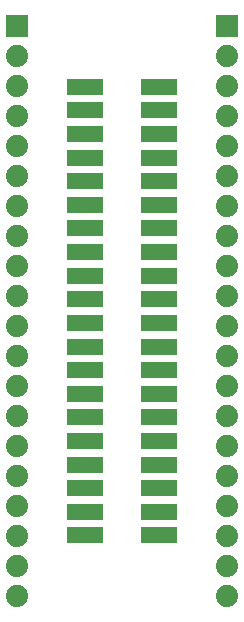
<source format=gts>
G04 #@! TF.FileFunction,Soldermask,Top*
%FSLAX46Y46*%
G04 Gerber Fmt 4.6, Leading zero omitted, Abs format (unit mm)*
G04 Created by KiCad (PCBNEW 4.0.6) date Wed Sep 20 09:51:15 2017*
%MOMM*%
%LPD*%
G01*
G04 APERTURE LIST*
%ADD10C,0.100000*%
%ADD11C,1.879600*%
%ADD12R,1.879600X1.879600*%
%ADD13R,3.150000X1.400000*%
G04 APERTURE END LIST*
D10*
D11*
X133350000Y-124460000D03*
X133350000Y-127000000D03*
X133350000Y-132080000D03*
X133350000Y-129540000D03*
X133350000Y-119380000D03*
X133350000Y-121920000D03*
X133350000Y-116840000D03*
X133350000Y-114300000D03*
X133350000Y-109220000D03*
X133350000Y-111760000D03*
X133350000Y-106680000D03*
X133350000Y-104140000D03*
X133350000Y-99060000D03*
X133350000Y-101600000D03*
X133350000Y-96520000D03*
X133350000Y-93980000D03*
D12*
X133350000Y-83820000D03*
D11*
X133350000Y-86360000D03*
X133350000Y-88900000D03*
X133350000Y-91440000D03*
D13*
X139115000Y-88950000D03*
X145365000Y-88950000D03*
X139115000Y-90950000D03*
X145365000Y-90950000D03*
X139115000Y-92950000D03*
X145365000Y-92950000D03*
X139115000Y-94950000D03*
X145365000Y-94950000D03*
X139115000Y-96950000D03*
X145365000Y-96950000D03*
X139115000Y-98950000D03*
X145365000Y-98950000D03*
X139115000Y-100950000D03*
X145365000Y-100950000D03*
X139115000Y-102950000D03*
X145365000Y-102950000D03*
X139115000Y-104950000D03*
X145365000Y-104950000D03*
X139115000Y-106950000D03*
X145365000Y-106950000D03*
X139115000Y-108950000D03*
X145365000Y-108950000D03*
X139115000Y-110950000D03*
X145365000Y-110950000D03*
X139115000Y-112950000D03*
X145365000Y-112950000D03*
X139115000Y-114950000D03*
X145365000Y-114950000D03*
X139115000Y-116950000D03*
X145365000Y-116950000D03*
X139115000Y-118950000D03*
X145365000Y-118950000D03*
X139115000Y-120950000D03*
X145365000Y-120950000D03*
X139115000Y-122950000D03*
X145365000Y-122950000D03*
X139115000Y-124950000D03*
X145365000Y-124950000D03*
X139115000Y-126950000D03*
X145365000Y-126950000D03*
D11*
X151130000Y-124460000D03*
X151130000Y-127000000D03*
X151130000Y-132080000D03*
X151130000Y-129540000D03*
X151130000Y-119380000D03*
X151130000Y-121920000D03*
X151130000Y-116840000D03*
X151130000Y-114300000D03*
X151130000Y-109220000D03*
X151130000Y-111760000D03*
X151130000Y-106680000D03*
X151130000Y-104140000D03*
X151130000Y-99060000D03*
X151130000Y-101600000D03*
X151130000Y-96520000D03*
X151130000Y-93980000D03*
D12*
X151130000Y-83820000D03*
D11*
X151130000Y-86360000D03*
X151130000Y-88900000D03*
X151130000Y-91440000D03*
M02*

</source>
